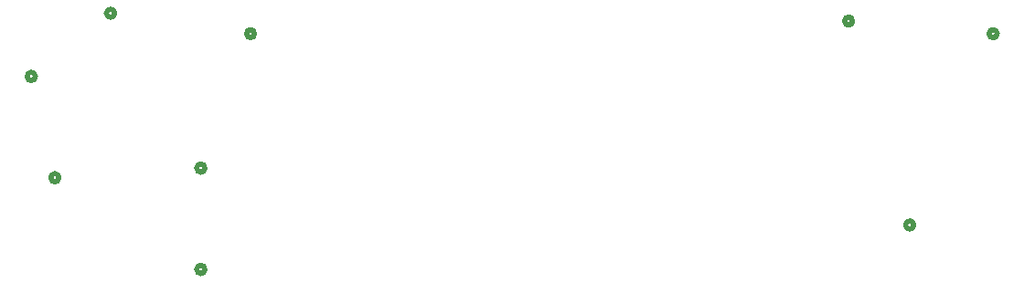
<source format=gbr>
%TF.GenerationSoftware,KiCad,Pcbnew,9.0.1*%
%TF.CreationDate,2025-06-09T02:25:26-04:00*%
%TF.ProjectId,Pneumatactors_1Xiao_3PiezoPumps_6Valves_Curved,506e6575-6d61-4746-9163-746f72735f31,rev?*%
%TF.SameCoordinates,Original*%
%TF.FileFunction,Legend,Bot*%
%TF.FilePolarity,Positive*%
%FSLAX46Y46*%
G04 Gerber Fmt 4.6, Leading zero omitted, Abs format (unit mm)*
G04 Created by KiCad (PCBNEW 9.0.1) date 2025-06-09 02:25:26*
%MOMM*%
%LPD*%
G01*
G04 APERTURE LIST*
%ADD10C,0.508000*%
G04 APERTURE END LIST*
D10*
%TO.C,J4*%
X161531700Y-76400700D02*
G75*
G02*
X160769700Y-76400700I-381000J0D01*
G01*
X160769700Y-76400700D02*
G75*
G02*
X161531700Y-76400700I381000J0D01*
G01*
%TO.C,J8*%
X221519654Y-62771778D02*
G75*
G02*
X220757656Y-62771778I-380999J0D01*
G01*
X220757656Y-62771778D02*
G75*
G02*
X221519654Y-62771778I380999J0D01*
G01*
%TO.C,J7*%
X148019623Y-77300801D02*
G75*
G02*
X147257621Y-77300801I-381001J0D01*
G01*
X147257621Y-77300801D02*
G75*
G02*
X148019623Y-77300801I381001J0D01*
G01*
%TO.C,J9*%
X166140629Y-63934199D02*
G75*
G02*
X165378631Y-63934199I-380999J0D01*
G01*
X165378631Y-63934199D02*
G75*
G02*
X166140629Y-63934199I380999J0D01*
G01*
%TO.C,J2*%
X234903788Y-63944013D02*
G75*
G02*
X234141788Y-63944013I-381000J0D01*
G01*
X234141788Y-63944013D02*
G75*
G02*
X234903788Y-63944013I381000J0D01*
G01*
%TO.C,J10*%
X153175418Y-62037757D02*
G75*
G02*
X152413414Y-62037757I-381002J0D01*
G01*
X152413414Y-62037757D02*
G75*
G02*
X153175418Y-62037757I381002J0D01*
G01*
%TO.C,J5*%
X161531700Y-85798700D02*
G75*
G02*
X160769700Y-85798700I-381000J0D01*
G01*
X160769700Y-85798700D02*
G75*
G02*
X161531700Y-85798700I381000J0D01*
G01*
%TO.C,J3*%
X227180814Y-81678969D02*
G75*
G02*
X226418814Y-81678969I-381000J0D01*
G01*
X226418814Y-81678969D02*
G75*
G02*
X227180814Y-81678969I381000J0D01*
G01*
%TO.C,J6*%
X145831891Y-67902801D02*
G75*
G02*
X145069889Y-67902801I-381001J0D01*
G01*
X145069889Y-67902801D02*
G75*
G02*
X145831891Y-67902801I381001J0D01*
G01*
%TD*%
M02*

</source>
